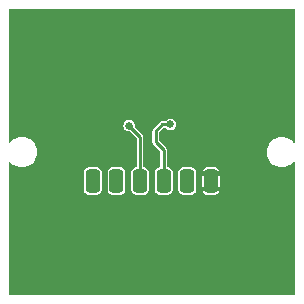
<source format=gbr>
%TF.GenerationSoftware,KiCad,Pcbnew,8.0.1*%
%TF.CreationDate,2024-07-01T16:18:05-04:00*%
%TF.ProjectId,btn,62746e2e-6b69-4636-9164-5f7063625858,rev?*%
%TF.SameCoordinates,Original*%
%TF.FileFunction,Copper,L2,Bot*%
%TF.FilePolarity,Positive*%
%FSLAX46Y46*%
G04 Gerber Fmt 4.6, Leading zero omitted, Abs format (unit mm)*
G04 Created by KiCad (PCBNEW 8.0.1) date 2024-07-01 16:18:05*
%MOMM*%
%LPD*%
G01*
G04 APERTURE LIST*
G04 Aperture macros list*
%AMRoundRect*
0 Rectangle with rounded corners*
0 $1 Rounding radius*
0 $2 $3 $4 $5 $6 $7 $8 $9 X,Y pos of 4 corners*
0 Add a 4 corners polygon primitive as box body*
4,1,4,$2,$3,$4,$5,$6,$7,$8,$9,$2,$3,0*
0 Add four circle primitives for the rounded corners*
1,1,$1+$1,$2,$3*
1,1,$1+$1,$4,$5*
1,1,$1+$1,$6,$7*
1,1,$1+$1,$8,$9*
0 Add four rect primitives between the rounded corners*
20,1,$1+$1,$2,$3,$4,$5,0*
20,1,$1+$1,$4,$5,$6,$7,0*
20,1,$1+$1,$6,$7,$8,$9,0*
20,1,$1+$1,$8,$9,$2,$3,0*%
G04 Aperture macros list end*
%TA.AperFunction,SMDPad,CuDef*%
%ADD10RoundRect,0.300000X0.300000X-0.700000X0.300000X0.700000X-0.300000X0.700000X-0.300000X-0.700000X0*%
%TD*%
%TA.AperFunction,ViaPad*%
%ADD11C,0.660400*%
%TD*%
%TA.AperFunction,Conductor*%
%ADD12C,0.254000*%
%TD*%
G04 APERTURE END LIST*
D10*
%TO.P,J1,1,Pin_1*%
%TO.N,GND*%
X137500000Y-84940000D03*
%TO.P,J1,2,Pin_2*%
%TO.N,/BTN_3*%
X135500000Y-84940000D03*
%TO.P,J1,3,Pin_3*%
%TO.N,/BTN_2*%
X133500000Y-84940000D03*
%TO.P,J1,4,Pin_4*%
%TO.N,/BTN_1*%
X131500000Y-84940000D03*
%TO.P,J1,5,Pin_5*%
%TO.N,/BTN_4*%
X129500000Y-84940000D03*
%TO.P,J1,6,Pin_6*%
%TO.N,VCC*%
X127500000Y-84940000D03*
%TD*%
D11*
%TO.N,GND*%
X126000000Y-92000000D03*
X126000000Y-78000000D03*
X140000000Y-86000000D03*
X126000000Y-88000000D03*
X128000000Y-90000000D03*
X140000000Y-80000000D03*
X126000000Y-90000000D03*
X124000000Y-80000000D03*
X128000000Y-74000000D03*
X126000000Y-72000000D03*
X130000000Y-76000000D03*
X140000000Y-84000000D03*
X124000000Y-78000000D03*
X140000000Y-78000000D03*
X138000000Y-94000000D03*
X132000000Y-90000000D03*
X124000000Y-94000000D03*
X124000000Y-90000000D03*
X124000000Y-76000000D03*
X126000000Y-74000000D03*
X124000000Y-88000000D03*
X134000000Y-94000000D03*
X136000000Y-94000000D03*
X122000000Y-94000000D03*
X124000000Y-84000000D03*
X130000000Y-94000000D03*
X140000000Y-82000000D03*
X142000000Y-84000000D03*
X124000000Y-72000000D03*
X140000000Y-90000000D03*
X138000000Y-74000000D03*
X128000000Y-76000000D03*
X140000000Y-94000000D03*
X130000000Y-90000000D03*
X142000000Y-94000000D03*
X136000000Y-90000000D03*
X128000000Y-92000000D03*
X124000000Y-92000000D03*
X128000000Y-78000000D03*
X124000000Y-82000000D03*
X138000000Y-92000000D03*
X132000000Y-94000000D03*
X134000000Y-76000000D03*
X128000000Y-72000000D03*
X140000000Y-92000000D03*
X134000000Y-90000000D03*
X138000000Y-72000000D03*
X124000000Y-74000000D03*
X128000000Y-94000000D03*
X136000000Y-76000000D03*
X142000000Y-80000000D03*
X126000000Y-76000000D03*
X128000000Y-88000000D03*
X126000000Y-94000000D03*
X138000000Y-90000000D03*
X140000000Y-72000000D03*
%TO.N,VCC*%
X127500000Y-84940000D03*
%TO.N,/BTN_1*%
X130585000Y-80265000D03*
%TO.N,/BTN_2*%
X134060000Y-80160000D03*
%TO.N,/BTN_3*%
X135632500Y-85072500D03*
%TO.N,/BTN_4*%
X129500000Y-84940000D03*
%TD*%
D12*
%TO.N,/BTN_1*%
X131500000Y-81180000D02*
X131500000Y-84940000D01*
X130585000Y-80265000D02*
X131500000Y-81180000D01*
%TO.N,/BTN_2*%
X134060000Y-80160000D02*
X133380000Y-80160000D01*
X132830000Y-80710000D02*
X132830000Y-81650000D01*
X133500000Y-82320000D02*
X133500000Y-84940000D01*
X133380000Y-80160000D02*
X132830000Y-80710000D01*
X132830000Y-81650000D02*
X133500000Y-82320000D01*
%TD*%
%TA.AperFunction,Conductor*%
%TO.N,GND*%
G36*
X144591638Y-70399093D02*
G01*
X144617358Y-70443642D01*
X144618500Y-70456700D01*
X144618500Y-81625090D01*
X144600907Y-81673428D01*
X144556358Y-81699148D01*
X144505700Y-81690215D01*
X144487911Y-81675288D01*
X144487758Y-81675442D01*
X144486004Y-81673688D01*
X144485694Y-81673428D01*
X144485433Y-81673117D01*
X144326886Y-81514570D01*
X144326873Y-81514559D01*
X144143192Y-81385945D01*
X143939976Y-81291185D01*
X143939974Y-81291184D01*
X143939973Y-81291184D01*
X143723380Y-81233148D01*
X143723378Y-81233147D01*
X143723375Y-81233147D01*
X143500000Y-81213605D01*
X143276624Y-81233147D01*
X143060027Y-81291184D01*
X143060023Y-81291185D01*
X142856806Y-81385946D01*
X142856802Y-81385949D01*
X142673117Y-81514566D01*
X142514566Y-81673117D01*
X142385949Y-81856802D01*
X142385946Y-81856806D01*
X142291185Y-82060023D01*
X142291184Y-82060027D01*
X142233147Y-82276624D01*
X142213605Y-82500000D01*
X142233147Y-82723375D01*
X142233147Y-82723378D01*
X142233148Y-82723380D01*
X142271533Y-82866635D01*
X142291184Y-82939972D01*
X142291185Y-82939976D01*
X142385945Y-83143192D01*
X142514559Y-83326873D01*
X142514570Y-83326886D01*
X142673113Y-83485429D01*
X142673126Y-83485440D01*
X142764775Y-83549612D01*
X142856802Y-83614051D01*
X142856804Y-83614051D01*
X142856807Y-83614054D01*
X143025925Y-83692914D01*
X143060027Y-83708816D01*
X143276620Y-83766852D01*
X143500000Y-83786395D01*
X143723380Y-83766852D01*
X143939973Y-83708816D01*
X144143198Y-83614051D01*
X144326879Y-83485436D01*
X144485436Y-83326879D01*
X144485438Y-83326875D01*
X144485694Y-83326572D01*
X144485812Y-83326503D01*
X144487758Y-83324558D01*
X144488279Y-83325079D01*
X144530243Y-83300852D01*
X144580901Y-83309785D01*
X144613965Y-83349191D01*
X144618500Y-83374910D01*
X144618500Y-94543300D01*
X144600907Y-94591638D01*
X144556358Y-94617358D01*
X144543300Y-94618500D01*
X120456700Y-94618500D01*
X120408362Y-94600907D01*
X120382642Y-94556358D01*
X120381500Y-94543300D01*
X120381500Y-85694564D01*
X126747100Y-85694564D01*
X126749968Y-85725143D01*
X126749969Y-85725150D01*
X126749970Y-85725152D01*
X126795059Y-85854014D01*
X126795061Y-85854017D01*
X126876133Y-85963866D01*
X126985982Y-86044938D01*
X126985985Y-86044940D01*
X127016919Y-86055763D01*
X127114850Y-86090031D01*
X127145435Y-86092899D01*
X127145437Y-86092900D01*
X127145444Y-86092900D01*
X127854563Y-86092900D01*
X127854563Y-86092899D01*
X127885150Y-86090031D01*
X128014017Y-86044939D01*
X128123866Y-85963866D01*
X128204939Y-85854017D01*
X128250031Y-85725150D01*
X128252899Y-85694564D01*
X128747100Y-85694564D01*
X128749968Y-85725143D01*
X128749969Y-85725150D01*
X128749970Y-85725152D01*
X128795059Y-85854014D01*
X128795061Y-85854017D01*
X128876133Y-85963866D01*
X128985982Y-86044938D01*
X128985985Y-86044940D01*
X129016919Y-86055763D01*
X129114850Y-86090031D01*
X129145435Y-86092899D01*
X129145437Y-86092900D01*
X129145444Y-86092900D01*
X129854563Y-86092900D01*
X129854563Y-86092899D01*
X129885150Y-86090031D01*
X130014017Y-86044939D01*
X130123866Y-85963866D01*
X130204939Y-85854017D01*
X130250031Y-85725150D01*
X130252899Y-85694563D01*
X130252900Y-85694563D01*
X130252900Y-84185436D01*
X130252899Y-84185435D01*
X130250031Y-84154850D01*
X130212716Y-84048209D01*
X130204940Y-84025985D01*
X130204938Y-84025982D01*
X130123866Y-83916133D01*
X130014017Y-83835061D01*
X130014014Y-83835059D01*
X129916086Y-83800793D01*
X129885150Y-83789969D01*
X129885145Y-83789968D01*
X129885143Y-83789968D01*
X129854564Y-83787100D01*
X129854556Y-83787100D01*
X129145444Y-83787100D01*
X129145436Y-83787100D01*
X129114856Y-83789968D01*
X129114852Y-83789968D01*
X129114850Y-83789969D01*
X129114847Y-83789969D01*
X129114847Y-83789970D01*
X128985985Y-83835059D01*
X128985982Y-83835061D01*
X128876133Y-83916133D01*
X128795061Y-84025982D01*
X128795059Y-84025985D01*
X128749970Y-84154847D01*
X128749968Y-84154856D01*
X128747100Y-84185435D01*
X128747100Y-85694564D01*
X128252899Y-85694564D01*
X128252899Y-85694563D01*
X128252900Y-85694563D01*
X128252900Y-84185436D01*
X128252899Y-84185435D01*
X128250031Y-84154850D01*
X128212716Y-84048209D01*
X128204940Y-84025985D01*
X128204938Y-84025982D01*
X128123866Y-83916133D01*
X128014017Y-83835061D01*
X128014014Y-83835059D01*
X127916086Y-83800793D01*
X127885150Y-83789969D01*
X127885145Y-83789968D01*
X127885143Y-83789968D01*
X127854564Y-83787100D01*
X127854556Y-83787100D01*
X127145444Y-83787100D01*
X127145436Y-83787100D01*
X127114856Y-83789968D01*
X127114852Y-83789968D01*
X127114850Y-83789969D01*
X127114847Y-83789969D01*
X127114847Y-83789970D01*
X126985985Y-83835059D01*
X126985982Y-83835061D01*
X126876133Y-83916133D01*
X126795061Y-84025982D01*
X126795059Y-84025985D01*
X126749970Y-84154847D01*
X126749968Y-84154856D01*
X126747100Y-84185435D01*
X126747100Y-85694564D01*
X120381500Y-85694564D01*
X120381500Y-83374910D01*
X120399093Y-83326572D01*
X120443642Y-83300852D01*
X120494300Y-83309785D01*
X120512088Y-83324711D01*
X120512242Y-83324558D01*
X120513995Y-83326311D01*
X120514306Y-83326572D01*
X120514566Y-83326882D01*
X120673113Y-83485429D01*
X120673126Y-83485440D01*
X120764775Y-83549612D01*
X120856802Y-83614051D01*
X120856804Y-83614051D01*
X120856807Y-83614054D01*
X121025925Y-83692914D01*
X121060027Y-83708816D01*
X121276620Y-83766852D01*
X121500000Y-83786395D01*
X121723380Y-83766852D01*
X121939973Y-83708816D01*
X122143198Y-83614051D01*
X122326879Y-83485436D01*
X122485436Y-83326879D01*
X122614051Y-83143198D01*
X122708816Y-82939973D01*
X122766852Y-82723380D01*
X122786395Y-82500000D01*
X122766852Y-82276620D01*
X122708816Y-82060027D01*
X122691458Y-82022804D01*
X122614053Y-81856806D01*
X122614050Y-81856802D01*
X122589583Y-81821860D01*
X122485436Y-81673121D01*
X122485435Y-81673120D01*
X122485433Y-81673117D01*
X122326886Y-81514570D01*
X122326873Y-81514559D01*
X122143192Y-81385945D01*
X121939976Y-81291185D01*
X121939974Y-81291184D01*
X121939973Y-81291184D01*
X121723380Y-81233148D01*
X121723378Y-81233147D01*
X121723375Y-81233147D01*
X121500000Y-81213605D01*
X121276624Y-81233147D01*
X121060027Y-81291184D01*
X121060023Y-81291185D01*
X120856806Y-81385946D01*
X120856802Y-81385949D01*
X120673117Y-81514566D01*
X120514566Y-81673117D01*
X120514306Y-81673428D01*
X120514187Y-81673496D01*
X120512242Y-81675442D01*
X120511720Y-81674920D01*
X120469757Y-81699148D01*
X120419099Y-81690215D01*
X120386035Y-81650809D01*
X120381500Y-81625090D01*
X120381500Y-80265000D01*
X130096932Y-80265000D01*
X130116702Y-80402508D01*
X130174410Y-80528868D01*
X130174412Y-80528871D01*
X130182443Y-80538139D01*
X130265383Y-80633857D01*
X130301315Y-80656949D01*
X130382248Y-80708962D01*
X130477069Y-80736803D01*
X130515541Y-80748100D01*
X130515544Y-80748100D01*
X130641113Y-80748100D01*
X130689451Y-80765693D01*
X130694287Y-80770126D01*
X131198074Y-81273912D01*
X131219814Y-81320532D01*
X131220100Y-81327086D01*
X131220100Y-83711900D01*
X131202507Y-83760238D01*
X131157958Y-83785958D01*
X131147191Y-83786899D01*
X131147195Y-83786935D01*
X131147189Y-83786935D01*
X131147193Y-83787018D01*
X131145435Y-83787100D01*
X131114856Y-83789968D01*
X131114852Y-83789968D01*
X131114850Y-83789969D01*
X131114847Y-83789969D01*
X131114847Y-83789970D01*
X130985985Y-83835059D01*
X130985982Y-83835061D01*
X130876133Y-83916133D01*
X130795061Y-84025982D01*
X130795059Y-84025985D01*
X130749970Y-84154847D01*
X130749968Y-84154856D01*
X130747100Y-84185435D01*
X130747100Y-85694564D01*
X130749968Y-85725143D01*
X130749969Y-85725150D01*
X130749970Y-85725152D01*
X130795059Y-85854014D01*
X130795061Y-85854017D01*
X130876133Y-85963866D01*
X130985982Y-86044938D01*
X130985985Y-86044940D01*
X131016919Y-86055763D01*
X131114850Y-86090031D01*
X131145435Y-86092899D01*
X131145437Y-86092900D01*
X131145444Y-86092900D01*
X131854563Y-86092900D01*
X131854563Y-86092899D01*
X131885150Y-86090031D01*
X132014017Y-86044939D01*
X132123866Y-85963866D01*
X132204939Y-85854017D01*
X132250031Y-85725150D01*
X132252899Y-85694563D01*
X132252900Y-85694563D01*
X132252900Y-84185436D01*
X132252899Y-84185435D01*
X132250031Y-84154850D01*
X132212716Y-84048209D01*
X132204940Y-84025985D01*
X132204938Y-84025982D01*
X132123866Y-83916133D01*
X132014017Y-83835061D01*
X132014014Y-83835059D01*
X131916086Y-83800793D01*
X131885150Y-83789969D01*
X131885145Y-83789968D01*
X131885143Y-83789968D01*
X131854564Y-83787100D01*
X131852807Y-83787018D01*
X131852810Y-83786935D01*
X131852805Y-83786935D01*
X131852816Y-83786810D01*
X131852841Y-83786278D01*
X131806762Y-83769507D01*
X131781042Y-83724958D01*
X131779900Y-83711900D01*
X131779900Y-81686850D01*
X132550100Y-81686850D01*
X132562816Y-81734308D01*
X132569175Y-81758038D01*
X132606023Y-81821860D01*
X132606027Y-81821866D01*
X133198074Y-82413912D01*
X133219814Y-82460532D01*
X133220100Y-82467086D01*
X133220100Y-83711900D01*
X133202507Y-83760238D01*
X133157958Y-83785958D01*
X133147191Y-83786899D01*
X133147195Y-83786935D01*
X133147189Y-83786935D01*
X133147193Y-83787018D01*
X133145435Y-83787100D01*
X133114856Y-83789968D01*
X133114852Y-83789968D01*
X133114850Y-83789969D01*
X133114847Y-83789969D01*
X133114847Y-83789970D01*
X132985985Y-83835059D01*
X132985982Y-83835061D01*
X132876133Y-83916133D01*
X132795061Y-84025982D01*
X132795059Y-84025985D01*
X132749970Y-84154847D01*
X132749968Y-84154856D01*
X132747100Y-84185435D01*
X132747100Y-85694564D01*
X132749968Y-85725143D01*
X132749969Y-85725150D01*
X132749970Y-85725152D01*
X132795059Y-85854014D01*
X132795061Y-85854017D01*
X132876133Y-85963866D01*
X132985982Y-86044938D01*
X132985985Y-86044940D01*
X133016919Y-86055763D01*
X133114850Y-86090031D01*
X133145435Y-86092899D01*
X133145437Y-86092900D01*
X133145444Y-86092900D01*
X133854563Y-86092900D01*
X133854563Y-86092899D01*
X133885150Y-86090031D01*
X134014017Y-86044939D01*
X134123866Y-85963866D01*
X134204939Y-85854017D01*
X134250031Y-85725150D01*
X134252899Y-85694564D01*
X134747100Y-85694564D01*
X134749968Y-85725143D01*
X134749969Y-85725150D01*
X134749970Y-85725152D01*
X134795059Y-85854014D01*
X134795061Y-85854017D01*
X134876133Y-85963866D01*
X134985982Y-86044938D01*
X134985985Y-86044940D01*
X135016919Y-86055763D01*
X135114850Y-86090031D01*
X135145435Y-86092899D01*
X135145437Y-86092900D01*
X135145444Y-86092900D01*
X135854563Y-86092900D01*
X135854563Y-86092899D01*
X135885150Y-86090031D01*
X136014017Y-86044939D01*
X136123866Y-85963866D01*
X136204939Y-85854017D01*
X136212716Y-85831791D01*
X136787812Y-85831791D01*
X136795507Y-85853779D01*
X136795509Y-85853783D01*
X136876490Y-85963505D01*
X136986223Y-86044493D01*
X136986222Y-86044493D01*
X137114941Y-86089532D01*
X137114950Y-86089534D01*
X137145499Y-86092399D01*
X137854492Y-86092399D01*
X137885056Y-86089534D01*
X138013776Y-86044493D01*
X138123507Y-85963507D01*
X138204492Y-85853778D01*
X138212185Y-85831790D01*
X138212185Y-85831789D01*
X137500001Y-85119605D01*
X137499999Y-85119605D01*
X136787813Y-85831789D01*
X136787812Y-85831791D01*
X136212716Y-85831791D01*
X136250031Y-85725150D01*
X136252899Y-85694563D01*
X136252900Y-85694563D01*
X136252900Y-84367205D01*
X136747600Y-84367205D01*
X136747600Y-85512792D01*
X137320394Y-84940000D01*
X137679605Y-84940000D01*
X138252398Y-85512793D01*
X138252399Y-85512793D01*
X138252399Y-84367205D01*
X138252398Y-84367205D01*
X137679605Y-84939999D01*
X137679605Y-84940000D01*
X137320394Y-84940000D01*
X137320395Y-84939999D01*
X136747600Y-84367205D01*
X136252900Y-84367205D01*
X136252900Y-84185436D01*
X136252899Y-84185435D01*
X136250031Y-84154850D01*
X136212716Y-84048209D01*
X136212715Y-84048206D01*
X136787812Y-84048206D01*
X136787813Y-84048209D01*
X137499999Y-84760395D01*
X137500001Y-84760395D01*
X138212185Y-84048209D01*
X138212185Y-84048207D01*
X138204494Y-84026224D01*
X138204493Y-84026223D01*
X138123507Y-83916492D01*
X138013776Y-83835506D01*
X138013777Y-83835506D01*
X137885058Y-83790467D01*
X137885049Y-83790465D01*
X137854500Y-83787600D01*
X137145507Y-83787600D01*
X137114943Y-83790465D01*
X136986223Y-83835506D01*
X136876490Y-83916494D01*
X136795507Y-84026219D01*
X136787812Y-84048206D01*
X136212715Y-84048206D01*
X136204940Y-84025985D01*
X136204938Y-84025982D01*
X136123866Y-83916133D01*
X136014017Y-83835061D01*
X136014014Y-83835059D01*
X135916086Y-83800793D01*
X135885150Y-83789969D01*
X135885145Y-83789968D01*
X135885143Y-83789968D01*
X135854564Y-83787100D01*
X135854556Y-83787100D01*
X135145444Y-83787100D01*
X135145436Y-83787100D01*
X135114856Y-83789968D01*
X135114852Y-83789968D01*
X135114850Y-83789969D01*
X135114847Y-83789969D01*
X135114847Y-83789970D01*
X134985985Y-83835059D01*
X134985982Y-83835061D01*
X134876133Y-83916133D01*
X134795061Y-84025982D01*
X134795059Y-84025985D01*
X134749970Y-84154847D01*
X134749968Y-84154856D01*
X134747100Y-84185435D01*
X134747100Y-85694564D01*
X134252899Y-85694564D01*
X134252899Y-85694563D01*
X134252900Y-85694563D01*
X134252900Y-84185436D01*
X134252899Y-84185435D01*
X134250031Y-84154850D01*
X134212716Y-84048209D01*
X134204940Y-84025985D01*
X134204938Y-84025982D01*
X134123866Y-83916133D01*
X134014017Y-83835061D01*
X134014014Y-83835059D01*
X133916086Y-83800793D01*
X133885150Y-83789969D01*
X133885145Y-83789968D01*
X133885143Y-83789968D01*
X133854564Y-83787100D01*
X133852807Y-83787018D01*
X133852810Y-83786935D01*
X133852805Y-83786935D01*
X133852816Y-83786810D01*
X133852841Y-83786278D01*
X133806762Y-83769507D01*
X133781042Y-83724958D01*
X133779900Y-83711900D01*
X133779900Y-82283151D01*
X133778150Y-82276620D01*
X133760825Y-82211963D01*
X133723976Y-82148138D01*
X133671862Y-82096024D01*
X133131926Y-81556088D01*
X133110186Y-81509468D01*
X133109900Y-81502914D01*
X133109900Y-80857086D01*
X133127493Y-80808748D01*
X133131914Y-80803923D01*
X133473914Y-80461924D01*
X133520533Y-80440186D01*
X133527087Y-80439900D01*
X133628959Y-80439900D01*
X133677297Y-80457493D01*
X133685791Y-80465854D01*
X133740383Y-80528857D01*
X133740402Y-80528869D01*
X133857248Y-80603962D01*
X133952069Y-80631803D01*
X133990541Y-80643100D01*
X133990544Y-80643100D01*
X134129456Y-80643100D01*
X134129459Y-80643100D01*
X134262751Y-80603962D01*
X134379617Y-80528857D01*
X134470589Y-80423869D01*
X134528298Y-80297505D01*
X134548068Y-80160000D01*
X134528298Y-80022495D01*
X134528297Y-80022493D01*
X134528297Y-80022491D01*
X134470589Y-79896131D01*
X134470587Y-79896128D01*
X134379616Y-79791142D01*
X134379614Y-79791141D01*
X134262751Y-79716037D01*
X134129461Y-79676900D01*
X134129459Y-79676900D01*
X133990541Y-79676900D01*
X133990538Y-79676900D01*
X133857248Y-79716037D01*
X133740385Y-79791141D01*
X133740383Y-79791142D01*
X133685791Y-79854146D01*
X133640841Y-79879155D01*
X133628959Y-79880100D01*
X133343150Y-79880100D01*
X133307556Y-79889637D01*
X133271961Y-79899175D01*
X133248588Y-79912670D01*
X133248587Y-79912670D01*
X133208141Y-79936020D01*
X133208136Y-79936024D01*
X133016670Y-80127491D01*
X132658138Y-80486024D01*
X132632081Y-80512081D01*
X132606024Y-80538137D01*
X132606023Y-80538139D01*
X132569175Y-80601961D01*
X132558152Y-80643099D01*
X132550100Y-80673150D01*
X132550100Y-81613150D01*
X132550100Y-81686850D01*
X131779900Y-81686850D01*
X131779900Y-81143149D01*
X131763388Y-81081527D01*
X131763388Y-81081526D01*
X131760825Y-81071963D01*
X131760825Y-81071962D01*
X131723976Y-81008137D01*
X131088090Y-80372252D01*
X131066351Y-80325633D01*
X131066831Y-80308375D01*
X131073068Y-80265000D01*
X131053298Y-80127495D01*
X131053297Y-80127493D01*
X131053297Y-80127491D01*
X130995589Y-80001131D01*
X130995587Y-80001128D01*
X130904616Y-79896142D01*
X130904614Y-79896141D01*
X130787751Y-79821037D01*
X130654461Y-79781900D01*
X130654459Y-79781900D01*
X130515541Y-79781900D01*
X130515538Y-79781900D01*
X130382248Y-79821037D01*
X130265385Y-79896141D01*
X130265383Y-79896142D01*
X130174412Y-80001128D01*
X130174410Y-80001131D01*
X130116702Y-80127491D01*
X130096932Y-80265000D01*
X120381500Y-80265000D01*
X120381500Y-70456700D01*
X120399093Y-70408362D01*
X120443642Y-70382642D01*
X120456700Y-70381500D01*
X144543300Y-70381500D01*
X144591638Y-70399093D01*
G37*
%TD.AperFunction*%
%TD*%
M02*

</source>
